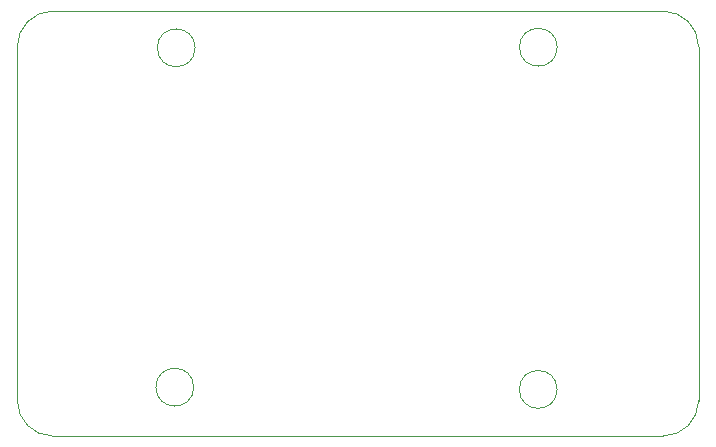
<source format=gbr>
%TF.GenerationSoftware,KiCad,Pcbnew,9.0.0*%
%TF.CreationDate,2025-08-20T16:33:56-07:00*%
%TF.ProjectId,flatchord,666c6174-6368-46f7-9264-2e6b69636164,rev?*%
%TF.SameCoordinates,Original*%
%TF.FileFunction,Profile,NP*%
%FSLAX46Y46*%
G04 Gerber Fmt 4.6, Leading zero omitted, Abs format (unit mm)*
G04 Created by KiCad (PCBNEW 9.0.0) date 2025-08-20 16:33:56*
%MOMM*%
%LPD*%
G01*
G04 APERTURE LIST*
%TA.AperFunction,Profile*%
%ADD10C,0.050000*%
%TD*%
G04 APERTURE END LIST*
D10*
X230878680Y-101500000D02*
G75*
G02*
X227878680Y-104499980I-2999980J0D01*
G01*
X173200000Y-101500000D02*
X173200000Y-71521300D01*
X173200000Y-71521320D02*
G75*
G02*
X176189046Y-68521320I3000000J20D01*
G01*
X176189046Y-68521320D02*
X227878680Y-68521320D01*
X227878680Y-68521320D02*
G75*
G02*
X230878680Y-71521320I20J-2999980D01*
G01*
X176200000Y-104500000D02*
G75*
G02*
X173200000Y-101500000I0J3000000D01*
G01*
X227878680Y-104500000D02*
X176200000Y-104500000D01*
X230878680Y-71521300D02*
X230878680Y-101500000D01*
%TO.C,J1*%
X188130000Y-100360000D02*
G75*
G02*
X184930000Y-100360000I-1600000J0D01*
G01*
X184930000Y-100360000D02*
G75*
G02*
X188130000Y-100360000I1600000J0D01*
G01*
X188250000Y-71630000D02*
G75*
G02*
X185050000Y-71630000I-1600000J0D01*
G01*
X185050000Y-71630000D02*
G75*
G02*
X188250000Y-71630000I1600000J0D01*
G01*
X218899340Y-100550000D02*
G75*
G02*
X215699340Y-100550000I-1600000J0D01*
G01*
X215699340Y-100550000D02*
G75*
G02*
X218899340Y-100550000I1600000J0D01*
G01*
X218910000Y-71580000D02*
G75*
G02*
X215710000Y-71580000I-1600000J0D01*
G01*
X215710000Y-71580000D02*
G75*
G02*
X218910000Y-71580000I1600000J0D01*
G01*
%TD*%
M02*

</source>
